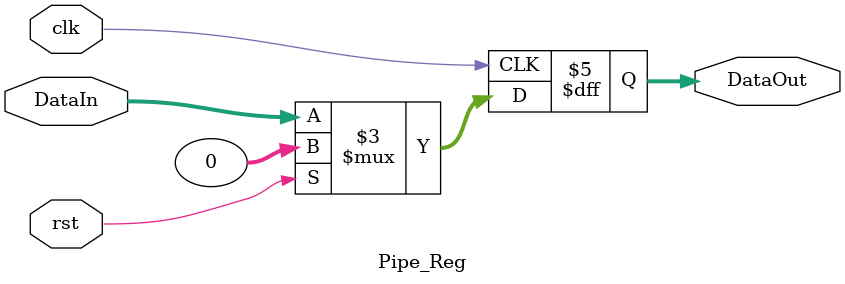
<source format=v>
module Pipe_Reg #(parameter Width=32)
(	input [Width-1:0] DataIn,
	input clk,
	input rst,
	output reg [Width-1:0] DataOut );	
	
 always@(posedge clk)
  begin
  if (rst)
  DataOut <= 0;
  else
  DataOut <= DataIn;
 end
endmodule 
</source>
